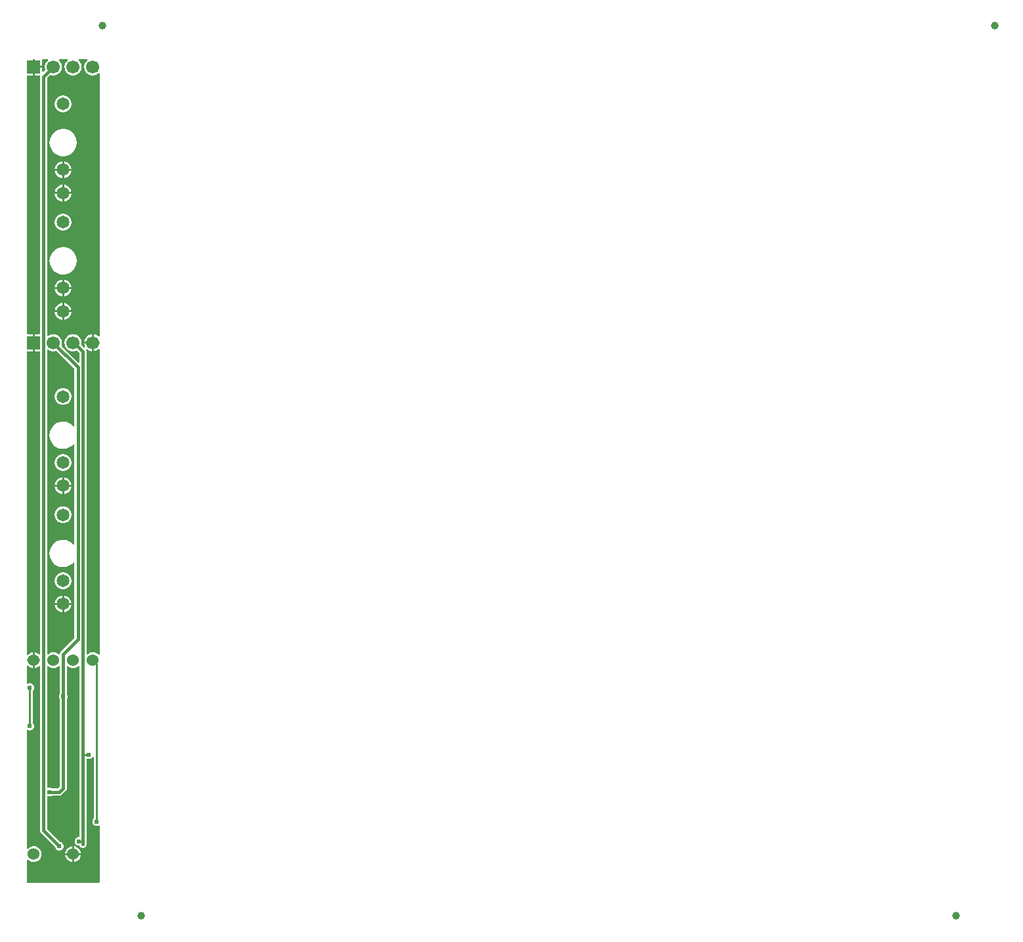
<source format=gtl>
G04 Layer: TopLayer*
G04 EasyEDA v6.5.23, 2023-07-06 13:56:57*
G04 b9381c7a78c54a84ad0699960bbaf6d2,5a6b42c53f6a479593ecc07194224c93,10*
G04 Gerber Generator version 0.2*
G04 Scale: 100 percent, Rotated: No, Reflected: No *
G04 Dimensions in millimeters *
G04 leading zeros omitted , absolute positions ,4 integer and 5 decimal *
%FSLAX45Y45*%
%MOMM*%

%AMMACRO1*21,1,$1,$2,0,0,$3*%
%ADD10C,0.2540*%
%ADD11C,0.4000*%
%ADD12C,1.0000*%
%ADD13MACRO1,1.7X1.7X0.0000*%
%ADD14C,1.7000*%
%ADD15C,1.6500*%
%ADD16C,1.5240*%
%ADD17C,0.6096*%
%ADD18C,0.0125*%

%LPD*%
G36*
X441706Y4239768D02*
G01*
X437286Y4239971D01*
X433425Y4242003D01*
X428853Y4245864D01*
X417372Y4253230D01*
X404977Y4258970D01*
X391972Y4262983D01*
X378510Y4265269D01*
X364896Y4265726D01*
X351332Y4264355D01*
X338074Y4261205D01*
X325323Y4256278D01*
X313385Y4249724D01*
X303377Y4242409D01*
X299313Y4240580D01*
X294894Y4240733D01*
X290931Y4242714D01*
X288188Y4246219D01*
X287223Y4250588D01*
X287223Y8157159D01*
X288137Y8161477D01*
X290830Y8164931D01*
X294741Y8166963D01*
X299110Y8167166D01*
X303174Y8165490D01*
X310794Y8160156D01*
X323392Y8153603D01*
X336753Y8148675D01*
X350621Y8145525D01*
X364744Y8144154D01*
X378968Y8144611D01*
X392988Y8146897D01*
X401472Y8149386D01*
X405028Y8149793D01*
X408533Y8148929D01*
X411530Y8146846D01*
X636930Y7921447D01*
X639114Y7918145D01*
X639876Y7914284D01*
X639876Y7188453D01*
X639114Y7184542D01*
X636879Y7181240D01*
X633577Y7179056D01*
X629666Y7178294D01*
X625754Y7179106D01*
X622452Y7181392D01*
X613003Y7191095D01*
X599084Y7202678D01*
X584047Y7212787D01*
X568096Y7221270D01*
X551332Y7228128D01*
X533908Y7233158D01*
X516128Y7236409D01*
X498043Y7237831D01*
X479958Y7237374D01*
X461975Y7235037D01*
X444347Y7230872D01*
X427278Y7224928D01*
X410870Y7217257D01*
X395325Y7207910D01*
X380847Y7197039D01*
X367538Y7184745D01*
X355600Y7171131D01*
X345084Y7156399D01*
X336194Y7140651D01*
X328930Y7124039D01*
X323443Y7106767D01*
X319735Y7089038D01*
X317855Y7071055D01*
X317855Y7052919D01*
X319735Y7034936D01*
X323443Y7017207D01*
X328930Y6999935D01*
X336194Y6983323D01*
X345084Y6967575D01*
X355600Y6952843D01*
X367538Y6939229D01*
X380847Y6926935D01*
X395325Y6916064D01*
X410870Y6906717D01*
X427278Y6899046D01*
X444347Y6893102D01*
X461975Y6888937D01*
X479958Y6886600D01*
X498043Y6886143D01*
X516128Y6887565D01*
X533908Y6890816D01*
X551332Y6895846D01*
X568096Y6902703D01*
X584047Y6911187D01*
X599084Y6921296D01*
X613003Y6932879D01*
X622452Y6942581D01*
X625754Y6944868D01*
X629666Y6945680D01*
X633577Y6944918D01*
X636879Y6942734D01*
X639114Y6939432D01*
X639876Y6935520D01*
X639876Y5664454D01*
X639114Y5660542D01*
X636879Y5657240D01*
X633577Y5655056D01*
X629666Y5654294D01*
X625754Y5655106D01*
X622452Y5657392D01*
X613003Y5667095D01*
X599084Y5678678D01*
X584047Y5688787D01*
X568096Y5697270D01*
X551332Y5704128D01*
X533908Y5709158D01*
X516128Y5712409D01*
X498043Y5713831D01*
X479958Y5713374D01*
X461975Y5711037D01*
X444347Y5706872D01*
X427278Y5700928D01*
X410870Y5693257D01*
X395325Y5683910D01*
X380847Y5673039D01*
X367538Y5660745D01*
X355600Y5647131D01*
X345084Y5632399D01*
X336194Y5616651D01*
X328930Y5600039D01*
X323443Y5582767D01*
X319735Y5565038D01*
X317855Y5547055D01*
X317855Y5528919D01*
X319735Y5510936D01*
X323443Y5493207D01*
X328930Y5475935D01*
X336194Y5459323D01*
X345084Y5443575D01*
X355600Y5428843D01*
X367538Y5415229D01*
X380847Y5402935D01*
X395325Y5392064D01*
X410870Y5382717D01*
X427278Y5375046D01*
X444347Y5369102D01*
X461975Y5364937D01*
X479958Y5362600D01*
X498043Y5362143D01*
X516128Y5363565D01*
X533908Y5366816D01*
X551332Y5371846D01*
X568096Y5378704D01*
X584047Y5387187D01*
X599084Y5397296D01*
X613003Y5408879D01*
X622452Y5418582D01*
X625754Y5420868D01*
X629666Y5421680D01*
X633577Y5420918D01*
X636879Y5418734D01*
X639114Y5415432D01*
X639876Y5411520D01*
X639876Y4455515D01*
X639114Y4451654D01*
X636930Y4448352D01*
X461619Y4272991D01*
X456285Y4265930D01*
X452526Y4258360D01*
X450240Y4250232D01*
X450088Y4248861D01*
X448767Y4244644D01*
X445770Y4241444D01*
G37*

%LPC*%
G36*
X506222Y4900676D02*
G01*
X601065Y4900676D01*
X600964Y4902098D01*
X598170Y4916017D01*
X593648Y4929428D01*
X587349Y4942179D01*
X579475Y4953965D01*
X570128Y4964633D01*
X559460Y4973980D01*
X547674Y4981854D01*
X534974Y4988102D01*
X521563Y4992674D01*
X507644Y4995418D01*
X506222Y4995519D01*
G37*
G36*
X493522Y5079593D02*
G01*
X507644Y5080558D01*
X521563Y5083302D01*
X534974Y5087874D01*
X547674Y5094122D01*
X559460Y5101996D01*
X570128Y5111343D01*
X579475Y5122011D01*
X587349Y5133797D01*
X593648Y5146497D01*
X598170Y5159959D01*
X600964Y5173827D01*
X601878Y5188000D01*
X600964Y5202123D01*
X598170Y5216042D01*
X593648Y5229453D01*
X587349Y5242204D01*
X579475Y5253990D01*
X570128Y5264658D01*
X559460Y5274005D01*
X547674Y5281879D01*
X534974Y5288127D01*
X521563Y5292699D01*
X507644Y5295442D01*
X493522Y5296357D01*
X479348Y5295442D01*
X465429Y5292699D01*
X452018Y5288127D01*
X439318Y5281879D01*
X427532Y5274005D01*
X416864Y5264658D01*
X407517Y5253990D01*
X399643Y5242204D01*
X393344Y5229453D01*
X388823Y5216042D01*
X386029Y5202123D01*
X385114Y5188000D01*
X386029Y5173827D01*
X388823Y5159959D01*
X393344Y5146497D01*
X399643Y5133797D01*
X407517Y5122011D01*
X416864Y5111343D01*
X427532Y5101996D01*
X439318Y5094122D01*
X452018Y5087874D01*
X465429Y5083302D01*
X479348Y5080558D01*
G37*
G36*
X493522Y6603593D02*
G01*
X507644Y6604558D01*
X521563Y6607302D01*
X534974Y6611874D01*
X547674Y6618122D01*
X559460Y6625996D01*
X570128Y6635343D01*
X579475Y6646011D01*
X587349Y6657797D01*
X593648Y6670497D01*
X598170Y6683959D01*
X600964Y6697827D01*
X601878Y6712000D01*
X600964Y6726123D01*
X598170Y6740042D01*
X593648Y6753453D01*
X587349Y6766204D01*
X579475Y6777990D01*
X570128Y6788658D01*
X559460Y6798005D01*
X547674Y6805879D01*
X534974Y6812127D01*
X521563Y6816699D01*
X507644Y6819442D01*
X493522Y6820357D01*
X479348Y6819442D01*
X465429Y6816699D01*
X452018Y6812127D01*
X439318Y6805879D01*
X427532Y6798005D01*
X416864Y6788658D01*
X407517Y6777990D01*
X399643Y6766204D01*
X393344Y6753453D01*
X388823Y6740042D01*
X386029Y6726123D01*
X385114Y6712000D01*
X386029Y6697827D01*
X388823Y6683959D01*
X393344Y6670497D01*
X399643Y6657797D01*
X407517Y6646011D01*
X416864Y6635343D01*
X427532Y6625996D01*
X439318Y6618122D01*
X452018Y6611874D01*
X465429Y6607302D01*
X479348Y6604558D01*
G37*
G36*
X480822Y4780432D02*
G01*
X480822Y4875276D01*
X385927Y4875276D01*
X386029Y4873802D01*
X388823Y4859934D01*
X393344Y4846472D01*
X399643Y4833772D01*
X407517Y4821986D01*
X416864Y4811318D01*
X427532Y4801971D01*
X439318Y4794097D01*
X452018Y4787849D01*
X465429Y4783277D01*
X479348Y4780534D01*
G37*
G36*
X493522Y5929579D02*
G01*
X507644Y5930544D01*
X521563Y5933287D01*
X534974Y5937859D01*
X547674Y5944108D01*
X559460Y5951982D01*
X570128Y5961329D01*
X579475Y5971997D01*
X587349Y5983782D01*
X593648Y5996482D01*
X598170Y6009944D01*
X600964Y6023813D01*
X601878Y6037986D01*
X600964Y6052108D01*
X598170Y6066028D01*
X593648Y6079439D01*
X587349Y6092190D01*
X579475Y6103975D01*
X570128Y6114643D01*
X559460Y6123990D01*
X547674Y6131864D01*
X534974Y6138113D01*
X521563Y6142685D01*
X507644Y6145428D01*
X493522Y6146342D01*
X479348Y6145428D01*
X465429Y6142685D01*
X452018Y6138113D01*
X439318Y6131864D01*
X427532Y6123990D01*
X416864Y6114643D01*
X407517Y6103975D01*
X399643Y6092190D01*
X393344Y6079439D01*
X388823Y6066028D01*
X386029Y6052108D01*
X385114Y6037986D01*
X386029Y6023813D01*
X388823Y6009944D01*
X393344Y5996482D01*
X399643Y5983782D01*
X407517Y5971997D01*
X416864Y5961329D01*
X427532Y5951982D01*
X439318Y5944108D01*
X452018Y5937859D01*
X465429Y5933287D01*
X479348Y5930544D01*
G37*
G36*
X480822Y6304432D02*
G01*
X480822Y6399276D01*
X385927Y6399276D01*
X386029Y6397802D01*
X388823Y6383934D01*
X393344Y6370472D01*
X399643Y6357772D01*
X407517Y6345986D01*
X416864Y6335318D01*
X427532Y6325971D01*
X439318Y6318097D01*
X452018Y6311849D01*
X465429Y6307277D01*
X479348Y6304534D01*
G37*
G36*
X506222Y6304432D02*
G01*
X507644Y6304534D01*
X521563Y6307277D01*
X534974Y6311849D01*
X547674Y6318097D01*
X559460Y6325971D01*
X570128Y6335318D01*
X579475Y6345986D01*
X587349Y6357772D01*
X593648Y6370472D01*
X598170Y6383934D01*
X600964Y6397802D01*
X601065Y6399276D01*
X506222Y6399276D01*
G37*
G36*
X385927Y6424676D02*
G01*
X480822Y6424676D01*
X480822Y6519519D01*
X479348Y6519418D01*
X465429Y6516674D01*
X452018Y6512102D01*
X439318Y6505854D01*
X427532Y6497980D01*
X416864Y6488633D01*
X407517Y6477965D01*
X399643Y6466179D01*
X393344Y6453428D01*
X388823Y6440017D01*
X386029Y6426098D01*
G37*
G36*
X506222Y6424676D02*
G01*
X601065Y6424676D01*
X600964Y6426098D01*
X598170Y6440017D01*
X593648Y6453428D01*
X587349Y6466179D01*
X579475Y6477965D01*
X570128Y6488633D01*
X559460Y6497980D01*
X547674Y6505854D01*
X534974Y6512102D01*
X521563Y6516674D01*
X507644Y6519418D01*
X506222Y6519519D01*
G37*
G36*
X506222Y4780432D02*
G01*
X507644Y4780534D01*
X521563Y4783277D01*
X534974Y4787849D01*
X547674Y4794097D01*
X559460Y4801971D01*
X570128Y4811318D01*
X579475Y4821986D01*
X587349Y4833772D01*
X593648Y4846472D01*
X598170Y4859934D01*
X600964Y4873802D01*
X601065Y4875276D01*
X506222Y4875276D01*
G37*
G36*
X385927Y4900676D02*
G01*
X480822Y4900676D01*
X480822Y4995519D01*
X479348Y4995418D01*
X465429Y4992674D01*
X452018Y4988102D01*
X439318Y4981854D01*
X427532Y4973980D01*
X416864Y4964633D01*
X407517Y4953965D01*
X399643Y4942179D01*
X393344Y4929428D01*
X388823Y4916017D01*
X386029Y4902098D01*
G37*
G36*
X493522Y7453579D02*
G01*
X507644Y7454544D01*
X521563Y7457287D01*
X534974Y7461859D01*
X547674Y7468108D01*
X559460Y7475981D01*
X570128Y7485329D01*
X579475Y7495997D01*
X587349Y7507782D01*
X593648Y7520482D01*
X598170Y7533944D01*
X600964Y7547813D01*
X601878Y7561986D01*
X600964Y7576108D01*
X598170Y7590028D01*
X593648Y7603439D01*
X587349Y7616190D01*
X579475Y7627975D01*
X570128Y7638643D01*
X559460Y7647990D01*
X547674Y7655864D01*
X534974Y7662113D01*
X521563Y7666685D01*
X507644Y7669428D01*
X493522Y7670342D01*
X479348Y7669428D01*
X465429Y7666685D01*
X452018Y7662113D01*
X439318Y7655864D01*
X427532Y7647990D01*
X416864Y7638643D01*
X407517Y7627975D01*
X399643Y7616190D01*
X393344Y7603439D01*
X388823Y7590028D01*
X386029Y7576108D01*
X385114Y7561986D01*
X386029Y7547813D01*
X388823Y7533944D01*
X393344Y7520482D01*
X399643Y7507782D01*
X407517Y7495997D01*
X416864Y7485329D01*
X427532Y7475981D01*
X439318Y7468108D01*
X452018Y7461859D01*
X465429Y7457287D01*
X479348Y7454544D01*
G37*

%LPD*%
G36*
X955090Y4234027D02*
G01*
X951280Y4234586D01*
X947978Y4236466D01*
X936853Y4245864D01*
X925372Y4253230D01*
X912977Y4258970D01*
X899972Y4262983D01*
X886510Y4265269D01*
X872896Y4265726D01*
X859332Y4264355D01*
X846074Y4261205D01*
X833323Y4256278D01*
X821385Y4249724D01*
X811377Y4242409D01*
X807313Y4240580D01*
X802894Y4240733D01*
X798931Y4242714D01*
X796188Y4246219D01*
X795223Y4250588D01*
X795172Y8142478D01*
X793953Y8151215D01*
X792226Y8156397D01*
X791718Y8160562D01*
X792988Y8164626D01*
X795731Y8167776D01*
X799541Y8169554D01*
X803757Y8169605D01*
X807669Y8167979D01*
X818794Y8160156D01*
X831392Y8153603D01*
X844753Y8148675D01*
X858621Y8145525D01*
X863600Y8145068D01*
X863600Y8242300D01*
X766216Y8242300D01*
X766318Y8240826D01*
X769061Y8226856D01*
X773531Y8213394D01*
X777290Y8205571D01*
X778256Y8201659D01*
X777646Y8197646D01*
X775512Y8194192D01*
X772261Y8191855D01*
X768299Y8190992D01*
X764336Y8191753D01*
X760933Y8193989D01*
X733196Y8221725D01*
X731164Y8224621D01*
X730250Y8228025D01*
X730554Y8231479D01*
X731164Y8233816D01*
X732942Y8247888D01*
X732942Y8262112D01*
X731164Y8276183D01*
X727557Y8289950D01*
X722223Y8303107D01*
X715213Y8315502D01*
X706729Y8326881D01*
X696874Y8337092D01*
X685749Y8345931D01*
X673608Y8353298D01*
X660603Y8359038D01*
X646988Y8363102D01*
X632968Y8365388D01*
X618744Y8365845D01*
X604621Y8364474D01*
X590753Y8361324D01*
X577392Y8356396D01*
X564794Y8349843D01*
X553161Y8341715D01*
X542645Y8332165D01*
X533450Y8321344D01*
X525678Y8309406D01*
X519531Y8296605D01*
X515061Y8283143D01*
X512318Y8269173D01*
X511403Y8255000D01*
X512318Y8240826D01*
X515061Y8226856D01*
X519531Y8213394D01*
X525678Y8200593D01*
X533450Y8188655D01*
X542645Y8177834D01*
X553161Y8168284D01*
X564794Y8160156D01*
X577392Y8153603D01*
X590753Y8148675D01*
X604621Y8145525D01*
X618744Y8144154D01*
X632968Y8144611D01*
X646988Y8146897D01*
X660603Y8150910D01*
X663600Y8152282D01*
X667562Y8153146D01*
X671525Y8152384D01*
X674928Y8150148D01*
X700430Y8124647D01*
X702614Y8121345D01*
X703376Y8117484D01*
X703376Y8009381D01*
X702614Y8005470D01*
X700430Y8002168D01*
X697128Y7999984D01*
X693216Y7999222D01*
X689356Y7999984D01*
X686054Y8002168D01*
X476554Y8211667D01*
X474522Y8214563D01*
X473608Y8217966D01*
X473913Y8221421D01*
X477164Y8233816D01*
X478942Y8247888D01*
X478942Y8262112D01*
X477164Y8276183D01*
X473557Y8289950D01*
X468223Y8303107D01*
X461213Y8315502D01*
X452729Y8326881D01*
X442874Y8337092D01*
X431749Y8345931D01*
X419608Y8353298D01*
X406603Y8359038D01*
X392988Y8363102D01*
X378968Y8365388D01*
X364744Y8365845D01*
X350621Y8364474D01*
X336753Y8361324D01*
X323392Y8356396D01*
X310794Y8349843D01*
X303174Y8344509D01*
X299110Y8342833D01*
X294741Y8343036D01*
X290830Y8345068D01*
X288137Y8348522D01*
X287223Y8352840D01*
X287223Y11660784D01*
X287985Y11664645D01*
X290169Y11667947D01*
X324967Y11702745D01*
X328117Y11704878D01*
X331876Y11705742D01*
X350621Y11701526D01*
X364744Y11700154D01*
X378968Y11700611D01*
X392988Y11702897D01*
X406603Y11706910D01*
X419608Y11712702D01*
X431749Y11720068D01*
X442874Y11728907D01*
X452729Y11739118D01*
X461213Y11750497D01*
X468223Y11762892D01*
X473557Y11776049D01*
X477164Y11789816D01*
X478942Y11803888D01*
X478942Y11818112D01*
X477164Y11832183D01*
X473557Y11845950D01*
X468223Y11859107D01*
X461213Y11871502D01*
X452729Y11882882D01*
X439064Y11897207D01*
X437946Y11901170D01*
X438454Y11905284D01*
X440588Y11908840D01*
X443992Y11911228D01*
X448056Y11912092D01*
X542696Y11912092D01*
X546658Y11911279D01*
X550011Y11908993D01*
X552196Y11905589D01*
X552856Y11901627D01*
X551942Y11897664D01*
X549554Y11894413D01*
X542645Y11888165D01*
X533450Y11877344D01*
X525678Y11865406D01*
X519531Y11852605D01*
X515061Y11839143D01*
X512318Y11825173D01*
X511403Y11811000D01*
X512318Y11796826D01*
X515061Y11782856D01*
X519531Y11769394D01*
X525678Y11756593D01*
X533450Y11744655D01*
X542645Y11733834D01*
X553161Y11724284D01*
X564794Y11716156D01*
X577392Y11709603D01*
X590753Y11704675D01*
X604621Y11701526D01*
X618744Y11700154D01*
X632968Y11700611D01*
X646988Y11702897D01*
X660603Y11706910D01*
X673608Y11712702D01*
X685749Y11720068D01*
X696874Y11728907D01*
X706729Y11739118D01*
X715213Y11750497D01*
X722223Y11762892D01*
X727557Y11776049D01*
X731164Y11789816D01*
X732942Y11803888D01*
X732942Y11818112D01*
X731164Y11832183D01*
X727557Y11845950D01*
X722223Y11859107D01*
X715213Y11871502D01*
X706729Y11882882D01*
X693064Y11897207D01*
X691946Y11901170D01*
X692454Y11905284D01*
X694588Y11908840D01*
X697992Y11911228D01*
X702056Y11912092D01*
X796696Y11912092D01*
X800658Y11911279D01*
X804011Y11908993D01*
X806196Y11905589D01*
X806856Y11901627D01*
X805942Y11897664D01*
X803554Y11894413D01*
X796645Y11888165D01*
X787450Y11877344D01*
X779678Y11865406D01*
X773531Y11852605D01*
X769061Y11839143D01*
X766318Y11825173D01*
X765403Y11811000D01*
X766318Y11796826D01*
X769061Y11782856D01*
X773531Y11769394D01*
X779678Y11756593D01*
X787450Y11744655D01*
X796645Y11733834D01*
X807161Y11724284D01*
X818794Y11716156D01*
X831392Y11709603D01*
X844753Y11704675D01*
X858621Y11701526D01*
X872744Y11700154D01*
X886968Y11700611D01*
X900988Y11702897D01*
X914603Y11706910D01*
X927608Y11712702D01*
X939749Y11720068D01*
X948182Y11726773D01*
X951534Y11728551D01*
X955294Y11729008D01*
X958951Y11727992D01*
X961999Y11725757D01*
X963980Y11722557D01*
X964692Y11718848D01*
X964692Y8347151D01*
X963980Y8343442D01*
X961999Y8340242D01*
X958951Y8338007D01*
X955294Y8336991D01*
X951534Y8337448D01*
X948182Y8339226D01*
X939749Y8345931D01*
X927608Y8353298D01*
X914603Y8359038D01*
X900988Y8363102D01*
X889000Y8365032D01*
X889000Y8267700D01*
X954532Y8267700D01*
X958443Y8266938D01*
X961694Y8264702D01*
X963930Y8261451D01*
X964692Y8257540D01*
X964692Y8252459D01*
X963930Y8248548D01*
X961694Y8245297D01*
X958443Y8243062D01*
X954532Y8242300D01*
X889000Y8242300D01*
X889000Y8144967D01*
X900988Y8146897D01*
X914603Y8150910D01*
X927608Y8156702D01*
X939749Y8164068D01*
X948182Y8170773D01*
X951534Y8172551D01*
X955294Y8173008D01*
X958951Y8171992D01*
X961999Y8169757D01*
X963980Y8166557D01*
X964692Y8162848D01*
X964692Y4244187D01*
X963980Y4240428D01*
X961898Y4237228D01*
X958799Y4234992D01*
G37*

%LPC*%
G36*
X506222Y10496600D02*
G01*
X601065Y10496600D01*
X600964Y10498023D01*
X598170Y10511942D01*
X593648Y10525353D01*
X587349Y10538104D01*
X579475Y10549890D01*
X570128Y10560507D01*
X559460Y10569854D01*
X547674Y10577779D01*
X534974Y10584027D01*
X521563Y10588599D01*
X507644Y10591342D01*
X506222Y10591444D01*
G37*
G36*
X385927Y10496600D02*
G01*
X480822Y10496600D01*
X480822Y10591444D01*
X479348Y10591342D01*
X465429Y10588599D01*
X452018Y10584027D01*
X439318Y10577779D01*
X427532Y10569854D01*
X416864Y10560507D01*
X407517Y10549890D01*
X399643Y10538104D01*
X393344Y10525353D01*
X388823Y10511942D01*
X386029Y10498023D01*
G37*
G36*
X506222Y10376357D02*
G01*
X507644Y10376408D01*
X521563Y10379202D01*
X534974Y10383774D01*
X547674Y10390022D01*
X559460Y10397896D01*
X570128Y10407243D01*
X579475Y10417911D01*
X587349Y10429697D01*
X593648Y10442397D01*
X598170Y10455859D01*
X600964Y10469727D01*
X601065Y10471200D01*
X506222Y10471200D01*
G37*
G36*
X766216Y8267700D02*
G01*
X863600Y8267700D01*
X863600Y8364931D01*
X858621Y8364474D01*
X844753Y8361324D01*
X831392Y8356396D01*
X818794Y8349843D01*
X807161Y8341715D01*
X796645Y8332165D01*
X787450Y8321344D01*
X779678Y8309406D01*
X773531Y8296605D01*
X769061Y8283143D01*
X766318Y8269173D01*
G37*
G36*
X480822Y10376357D02*
G01*
X480822Y10471200D01*
X385927Y10471200D01*
X386029Y10469727D01*
X388823Y10455859D01*
X393344Y10442397D01*
X399643Y10429697D01*
X407517Y10417911D01*
X416864Y10407243D01*
X427532Y10397896D01*
X439318Y10390022D01*
X452018Y10383774D01*
X465429Y10379202D01*
X479348Y10376408D01*
G37*
G36*
X506222Y10196576D02*
G01*
X601065Y10196576D01*
X600964Y10197998D01*
X598170Y10211917D01*
X593648Y10225328D01*
X587349Y10238079D01*
X579475Y10249865D01*
X570128Y10260482D01*
X559460Y10269829D01*
X547674Y10277754D01*
X534974Y10284002D01*
X521563Y10288574D01*
X507644Y10291318D01*
X506222Y10291419D01*
G37*
G36*
X385927Y10196576D02*
G01*
X480822Y10196576D01*
X480822Y10291419D01*
X479348Y10291318D01*
X465429Y10288574D01*
X452018Y10284002D01*
X439318Y10277754D01*
X427532Y10269829D01*
X416864Y10260482D01*
X407517Y10249865D01*
X399643Y10238079D01*
X393344Y10225328D01*
X388823Y10211917D01*
X386029Y10197998D01*
G37*
G36*
X493522Y11225479D02*
G01*
X507644Y11226393D01*
X521563Y11229187D01*
X534974Y11233759D01*
X547674Y11240008D01*
X559460Y11247882D01*
X570128Y11257229D01*
X579475Y11267897D01*
X587349Y11279682D01*
X593648Y11292382D01*
X598170Y11305844D01*
X600964Y11319713D01*
X601878Y11333886D01*
X600964Y11348008D01*
X598170Y11361928D01*
X593648Y11375339D01*
X587349Y11388090D01*
X579475Y11399875D01*
X570128Y11410492D01*
X559460Y11419840D01*
X547674Y11427764D01*
X534974Y11434013D01*
X521563Y11438585D01*
X507644Y11441328D01*
X493522Y11442242D01*
X479348Y11441328D01*
X465429Y11438585D01*
X452018Y11434013D01*
X439318Y11427764D01*
X427532Y11419840D01*
X416864Y11410492D01*
X407517Y11399875D01*
X399643Y11388090D01*
X393344Y11375339D01*
X388823Y11361928D01*
X386029Y11348008D01*
X385114Y11333886D01*
X386029Y11319713D01*
X388823Y11305844D01*
X393344Y11292382D01*
X399643Y11279682D01*
X407517Y11267897D01*
X416864Y11257229D01*
X427532Y11247882D01*
X439318Y11240008D01*
X452018Y11233759D01*
X465429Y11229187D01*
X479348Y11226393D01*
G37*
G36*
X480822Y10076332D02*
G01*
X480822Y10171176D01*
X385927Y10171176D01*
X386029Y10169702D01*
X388823Y10155834D01*
X393344Y10142372D01*
X399643Y10129672D01*
X407517Y10117886D01*
X416864Y10107218D01*
X427532Y10097871D01*
X439318Y10089997D01*
X452018Y10083749D01*
X465429Y10079177D01*
X479348Y10076383D01*
G37*
G36*
X493522Y9701479D02*
G01*
X507644Y9702444D01*
X521563Y9705187D01*
X534974Y9709759D01*
X547674Y9716008D01*
X559460Y9723882D01*
X570128Y9733229D01*
X579475Y9743897D01*
X587349Y9755682D01*
X593648Y9768382D01*
X598170Y9781844D01*
X600964Y9795713D01*
X601878Y9809886D01*
X600964Y9824008D01*
X598170Y9837928D01*
X593648Y9851339D01*
X587349Y9864090D01*
X579475Y9875875D01*
X570128Y9886543D01*
X559460Y9895890D01*
X547674Y9903764D01*
X534974Y9910013D01*
X521563Y9914585D01*
X507644Y9917328D01*
X493522Y9918242D01*
X479348Y9917328D01*
X465429Y9914585D01*
X452018Y9910013D01*
X439318Y9903764D01*
X427532Y9895890D01*
X416864Y9886543D01*
X407517Y9875875D01*
X399643Y9864090D01*
X393344Y9851339D01*
X388823Y9837928D01*
X386029Y9824008D01*
X385114Y9809886D01*
X386029Y9795713D01*
X388823Y9781844D01*
X393344Y9768382D01*
X399643Y9755682D01*
X407517Y9743897D01*
X416864Y9733229D01*
X427532Y9723882D01*
X439318Y9716008D01*
X452018Y9709759D01*
X465429Y9705187D01*
X479348Y9702444D01*
G37*
G36*
X498043Y9134043D02*
G01*
X516128Y9135465D01*
X533908Y9138716D01*
X551332Y9143746D01*
X568096Y9150604D01*
X584047Y9159087D01*
X599084Y9169196D01*
X613003Y9180779D01*
X625652Y9193784D01*
X636879Y9207957D01*
X646582Y9223248D01*
X654710Y9239453D01*
X661060Y9256420D01*
X665683Y9273895D01*
X668477Y9291777D01*
X669391Y9309862D01*
X668477Y9327997D01*
X665683Y9345879D01*
X661060Y9363354D01*
X654710Y9380321D01*
X646582Y9396526D01*
X636879Y9411817D01*
X625652Y9425990D01*
X613003Y9438995D01*
X599084Y9450578D01*
X584047Y9460687D01*
X568096Y9469170D01*
X551332Y9476028D01*
X533908Y9481058D01*
X516128Y9484309D01*
X498043Y9485731D01*
X479958Y9485274D01*
X461975Y9482937D01*
X444347Y9478772D01*
X427278Y9472828D01*
X410870Y9465157D01*
X395325Y9455810D01*
X380847Y9444939D01*
X367538Y9432645D01*
X355600Y9419031D01*
X345084Y9404299D01*
X336194Y9388551D01*
X328930Y9371939D01*
X323443Y9354667D01*
X319735Y9336938D01*
X317855Y9318955D01*
X317855Y9300819D01*
X319735Y9282836D01*
X323443Y9265107D01*
X328930Y9247835D01*
X336194Y9231223D01*
X345084Y9215475D01*
X355600Y9200743D01*
X367538Y9187129D01*
X380847Y9174835D01*
X395325Y9163964D01*
X410870Y9154617D01*
X427278Y9146946D01*
X444347Y9141002D01*
X461975Y9136837D01*
X479958Y9134500D01*
G37*
G36*
X506222Y8972600D02*
G01*
X601065Y8972600D01*
X600964Y8974023D01*
X598170Y8987942D01*
X593648Y9001353D01*
X587349Y9014104D01*
X579475Y9025890D01*
X570128Y9036558D01*
X559460Y9045905D01*
X547674Y9053779D01*
X534974Y9060027D01*
X521563Y9064599D01*
X507644Y9067342D01*
X506222Y9067444D01*
G37*
G36*
X385927Y8972600D02*
G01*
X480822Y8972600D01*
X480822Y9067444D01*
X479348Y9067342D01*
X465429Y9064599D01*
X452018Y9060027D01*
X439318Y9053779D01*
X427532Y9045905D01*
X416864Y9036558D01*
X407517Y9025890D01*
X399643Y9014104D01*
X393344Y9001353D01*
X388823Y8987942D01*
X386029Y8974023D01*
G37*
G36*
X498043Y10658043D02*
G01*
X516128Y10659414D01*
X533908Y10662666D01*
X551332Y10667746D01*
X568096Y10674553D01*
X584047Y10683087D01*
X599084Y10693196D01*
X613003Y10704779D01*
X625652Y10717733D01*
X636879Y10731957D01*
X646582Y10747248D01*
X654710Y10763402D01*
X661060Y10780369D01*
X665683Y10797895D01*
X668477Y10815777D01*
X669391Y10833862D01*
X668477Y10851946D01*
X665683Y10869828D01*
X661060Y10887354D01*
X654710Y10904321D01*
X646582Y10920476D01*
X636879Y10935766D01*
X625652Y10949990D01*
X613003Y10962944D01*
X599084Y10974527D01*
X584047Y10984636D01*
X568096Y10993170D01*
X551332Y10999978D01*
X533908Y11005058D01*
X516128Y11008309D01*
X498043Y11009680D01*
X479958Y11009223D01*
X461975Y11006886D01*
X444347Y11002772D01*
X427278Y10996777D01*
X410870Y10989106D01*
X395325Y10979810D01*
X380847Y10968939D01*
X367538Y10956645D01*
X355600Y10943031D01*
X345084Y10928248D01*
X336194Y10912500D01*
X328930Y10895888D01*
X323443Y10878667D01*
X319735Y10860938D01*
X317855Y10842904D01*
X317855Y10824819D01*
X319735Y10806785D01*
X323443Y10789056D01*
X328930Y10771835D01*
X336194Y10755223D01*
X345084Y10739475D01*
X355600Y10724692D01*
X367538Y10711078D01*
X380847Y10698784D01*
X395325Y10687913D01*
X410870Y10678617D01*
X427278Y10670946D01*
X444347Y10664952D01*
X461975Y10660837D01*
X479958Y10658500D01*
G37*
G36*
X480822Y8552332D02*
G01*
X480822Y8647176D01*
X385927Y8647176D01*
X386029Y8645702D01*
X388823Y8631834D01*
X393344Y8618372D01*
X399643Y8605672D01*
X407517Y8593886D01*
X416864Y8583218D01*
X427532Y8573871D01*
X439318Y8565997D01*
X452018Y8559749D01*
X465429Y8555177D01*
X479348Y8552434D01*
G37*
G36*
X506222Y8852357D02*
G01*
X507644Y8852458D01*
X521563Y8855202D01*
X534974Y8859774D01*
X547674Y8866022D01*
X559460Y8873896D01*
X570128Y8883243D01*
X579475Y8893911D01*
X587349Y8905697D01*
X593648Y8918397D01*
X598170Y8931859D01*
X600964Y8945727D01*
X601065Y8947200D01*
X506222Y8947200D01*
G37*
G36*
X480822Y8852357D02*
G01*
X480822Y8947200D01*
X385927Y8947200D01*
X386029Y8945727D01*
X388823Y8931859D01*
X393344Y8918397D01*
X399643Y8905697D01*
X407517Y8893911D01*
X416864Y8883243D01*
X427532Y8873896D01*
X439318Y8866022D01*
X452018Y8859774D01*
X465429Y8855202D01*
X479348Y8852458D01*
G37*
G36*
X506222Y8672576D02*
G01*
X601065Y8672576D01*
X600964Y8673998D01*
X598170Y8687917D01*
X593648Y8701328D01*
X587349Y8714079D01*
X579475Y8725865D01*
X570128Y8736533D01*
X559460Y8745880D01*
X547674Y8753754D01*
X534974Y8760002D01*
X521563Y8764574D01*
X507644Y8767318D01*
X506222Y8767419D01*
G37*
G36*
X385927Y8672576D02*
G01*
X480822Y8672576D01*
X480822Y8767419D01*
X479348Y8767318D01*
X465429Y8764574D01*
X452018Y8760002D01*
X439318Y8753754D01*
X427532Y8745880D01*
X416864Y8736533D01*
X407517Y8725865D01*
X399643Y8714079D01*
X393344Y8701328D01*
X388823Y8687917D01*
X386029Y8673998D01*
G37*
G36*
X506222Y8552332D02*
G01*
X507644Y8552434D01*
X521563Y8555177D01*
X534974Y8559749D01*
X547674Y8565997D01*
X559460Y8573871D01*
X570128Y8583218D01*
X579475Y8593886D01*
X587349Y8605672D01*
X593648Y8618372D01*
X598170Y8631834D01*
X600964Y8645702D01*
X601065Y8647176D01*
X506222Y8647176D01*
G37*
G36*
X506222Y10076332D02*
G01*
X507644Y10076383D01*
X521563Y10079177D01*
X534974Y10083749D01*
X547674Y10089997D01*
X559460Y10097871D01*
X570128Y10107218D01*
X579475Y10117886D01*
X587349Y10129672D01*
X593648Y10142372D01*
X598170Y10155834D01*
X600964Y10169702D01*
X601065Y10171176D01*
X506222Y10171176D01*
G37*

%LPD*%
G36*
X353009Y2509723D02*
G01*
X349961Y2510180D01*
X345694Y2512618D01*
X336753Y2516733D01*
X327304Y2519273D01*
X317500Y2520137D01*
X307695Y2519273D01*
X299974Y2517241D01*
X296316Y2516936D01*
X292760Y2518003D01*
X289814Y2520238D01*
X287883Y2523388D01*
X287223Y2527046D01*
X287223Y4076801D01*
X288188Y4081170D01*
X290931Y4084675D01*
X294894Y4086656D01*
X299313Y4086809D01*
X303377Y4084980D01*
X313385Y4077665D01*
X325323Y4071112D01*
X338074Y4066184D01*
X351332Y4063034D01*
X364896Y4061663D01*
X378510Y4062120D01*
X391972Y4064406D01*
X404977Y4068419D01*
X417372Y4074160D01*
X428853Y4081526D01*
X432663Y4084726D01*
X436016Y4086606D01*
X439775Y4087114D01*
X443484Y4086199D01*
X446633Y4083964D01*
X448665Y4080713D01*
X449376Y4076954D01*
X449376Y3731209D01*
X448919Y3728161D01*
X446481Y3723894D01*
X442366Y3714953D01*
X439826Y3705504D01*
X438962Y3695700D01*
X439826Y3685895D01*
X442366Y3676446D01*
X446481Y3667506D01*
X448919Y3663238D01*
X449376Y3660190D01*
X449376Y2537815D01*
X448614Y2533954D01*
X446430Y2530652D01*
X428447Y2512669D01*
X425145Y2510485D01*
X421284Y2509723D01*
G37*

%LPD*%
G36*
X36068Y1295908D02*
G01*
X32156Y1296670D01*
X28905Y1298905D01*
X26670Y1302156D01*
X25908Y1306068D01*
X25908Y1583537D01*
X26670Y1587398D01*
X28854Y1590649D01*
X32105Y1592884D01*
X35966Y1593697D01*
X39827Y1592986D01*
X43129Y1590852D01*
X48412Y1585722D01*
X59385Y1577644D01*
X71323Y1571091D01*
X84074Y1566214D01*
X97332Y1563014D01*
X110896Y1561693D01*
X124510Y1562150D01*
X137972Y1564386D01*
X150977Y1568450D01*
X163372Y1574190D01*
X174853Y1581505D01*
X185267Y1590294D01*
X194411Y1600454D01*
X202133Y1611680D01*
X208279Y1623822D01*
X212750Y1636725D01*
X215493Y1650085D01*
X216408Y1663700D01*
X215493Y1677314D01*
X212750Y1690674D01*
X208279Y1703578D01*
X202133Y1715719D01*
X194411Y1726946D01*
X185267Y1737106D01*
X174853Y1745894D01*
X163372Y1753209D01*
X150977Y1758950D01*
X137972Y1763014D01*
X124510Y1765249D01*
X110896Y1765706D01*
X97332Y1764385D01*
X84074Y1761185D01*
X71323Y1756308D01*
X59385Y1749755D01*
X48412Y1741678D01*
X43129Y1736547D01*
X39827Y1734413D01*
X35966Y1733702D01*
X32105Y1734515D01*
X28854Y1736750D01*
X26670Y1740001D01*
X25908Y1743862D01*
X25908Y3254349D01*
X26720Y3258312D01*
X29006Y3261664D01*
X32410Y3263849D01*
X36423Y3264509D01*
X40386Y3263544D01*
X44246Y3261766D01*
X53695Y3259226D01*
X63500Y3258362D01*
X73304Y3259226D01*
X82753Y3261766D01*
X91694Y3265881D01*
X99720Y3271520D01*
X106680Y3278479D01*
X112318Y3286506D01*
X116433Y3295446D01*
X118973Y3304895D01*
X119837Y3314700D01*
X118973Y3324504D01*
X116433Y3333953D01*
X112318Y3342894D01*
X106680Y3350920D01*
X105105Y3352495D01*
X102870Y3355797D01*
X102108Y3359708D01*
X102108Y3764991D01*
X102870Y3768902D01*
X105105Y3772204D01*
X106680Y3773779D01*
X112318Y3781806D01*
X116433Y3790746D01*
X118973Y3800195D01*
X119837Y3810000D01*
X118973Y3819804D01*
X116433Y3829253D01*
X112318Y3838194D01*
X106680Y3846220D01*
X99720Y3853179D01*
X91694Y3858818D01*
X82753Y3862933D01*
X73304Y3865473D01*
X63500Y3866337D01*
X53695Y3865473D01*
X44246Y3862933D01*
X40386Y3861155D01*
X36423Y3860190D01*
X32410Y3860850D01*
X29006Y3863035D01*
X26720Y3866387D01*
X25908Y3870350D01*
X25908Y4083507D01*
X26670Y4087368D01*
X28854Y4090670D01*
X32105Y4092854D01*
X35966Y4093667D01*
X39827Y4092956D01*
X43129Y4090822D01*
X48412Y4085742D01*
X59385Y4077665D01*
X71323Y4071112D01*
X84074Y4066184D01*
X97332Y4063034D01*
X101600Y4062577D01*
X101600Y4150969D01*
X36068Y4150969D01*
X32156Y4151782D01*
X28905Y4153966D01*
X26670Y4157268D01*
X25908Y4161129D01*
X25908Y4166209D01*
X26670Y4170121D01*
X28905Y4173423D01*
X32156Y4175607D01*
X36068Y4176369D01*
X101600Y4176369D01*
X101600Y4264812D01*
X97332Y4264355D01*
X84074Y4261205D01*
X71323Y4256278D01*
X59385Y4249724D01*
X48412Y4241647D01*
X43129Y4236567D01*
X39827Y4234434D01*
X35966Y4233722D01*
X32105Y4234535D01*
X28854Y4236720D01*
X26670Y4240022D01*
X25908Y4243882D01*
X25908Y8133943D01*
X26670Y8137804D01*
X28905Y8141106D01*
X32156Y8143341D01*
X36068Y8144103D01*
X101600Y8144103D01*
X101600Y8242300D01*
X36068Y8242300D01*
X32156Y8243062D01*
X28905Y8245297D01*
X26670Y8248548D01*
X25908Y8252459D01*
X25908Y8257540D01*
X26670Y8261451D01*
X28905Y8264702D01*
X32156Y8266938D01*
X36068Y8267700D01*
X101600Y8267700D01*
X101600Y8365896D01*
X36068Y8365896D01*
X32156Y8366658D01*
X28905Y8368893D01*
X26670Y8372195D01*
X25908Y8376056D01*
X25908Y11689943D01*
X26670Y11693804D01*
X28905Y11697106D01*
X32156Y11699341D01*
X36068Y11700103D01*
X101600Y11700103D01*
X101600Y11798300D01*
X36068Y11798300D01*
X32156Y11799062D01*
X28905Y11801297D01*
X26670Y11804548D01*
X25908Y11808460D01*
X25908Y11813540D01*
X26670Y11817451D01*
X28905Y11820702D01*
X32156Y11822938D01*
X36068Y11823700D01*
X101600Y11823700D01*
X101600Y11901932D01*
X102362Y11905843D01*
X104597Y11909094D01*
X107848Y11911330D01*
X111760Y11912092D01*
X116839Y11912092D01*
X120751Y11911330D01*
X124002Y11909094D01*
X126237Y11905843D01*
X127000Y11901932D01*
X127000Y11823700D01*
X225196Y11823700D01*
X225196Y11895429D01*
X224586Y11900814D01*
X225044Y11905030D01*
X227126Y11908688D01*
X230530Y11911228D01*
X234696Y11912092D01*
X288696Y11912092D01*
X292658Y11911279D01*
X296011Y11908993D01*
X298196Y11905589D01*
X298856Y11901627D01*
X297942Y11897664D01*
X295554Y11894413D01*
X288645Y11888165D01*
X279450Y11877344D01*
X271678Y11865406D01*
X265531Y11852605D01*
X261061Y11839143D01*
X258317Y11825173D01*
X257403Y11811000D01*
X258317Y11796826D01*
X261061Y11782856D01*
X262585Y11778132D01*
X263093Y11774474D01*
X262229Y11770817D01*
X260146Y11767769D01*
X242570Y11750192D01*
X239267Y11747957D01*
X235356Y11747195D01*
X231495Y11747957D01*
X228193Y11750192D01*
X225958Y11753494D01*
X225196Y11757355D01*
X225196Y11798300D01*
X127000Y11798300D01*
X127000Y11700103D01*
X185775Y11700103D01*
X189890Y11699240D01*
X193294Y11696801D01*
X195427Y11693144D01*
X195884Y11688978D01*
X195376Y11683542D01*
X195376Y8376056D01*
X194614Y8372195D01*
X192430Y8368893D01*
X189128Y8366658D01*
X185216Y8365896D01*
X127000Y8365896D01*
X127000Y8267700D01*
X185216Y8267700D01*
X189128Y8266938D01*
X192430Y8264702D01*
X194614Y8261451D01*
X195376Y8257540D01*
X195376Y8252459D01*
X194614Y8248548D01*
X192430Y8245297D01*
X189128Y8243062D01*
X185216Y8242300D01*
X127000Y8242300D01*
X127000Y8144103D01*
X185216Y8144103D01*
X189128Y8143341D01*
X192430Y8141106D01*
X194614Y8137804D01*
X195376Y8133943D01*
X195376Y4250436D01*
X194665Y4246676D01*
X192633Y4243425D01*
X189484Y4241190D01*
X185775Y4240276D01*
X182016Y4240784D01*
X178663Y4242663D01*
X174853Y4245864D01*
X163372Y4253230D01*
X150977Y4258970D01*
X137972Y4262983D01*
X127000Y4264863D01*
X127000Y4176369D01*
X185216Y4176369D01*
X189128Y4175607D01*
X192430Y4173423D01*
X194614Y4170121D01*
X195376Y4166209D01*
X195376Y4161129D01*
X194614Y4157268D01*
X192430Y4153966D01*
X189128Y4151782D01*
X185216Y4150969D01*
X127000Y4150969D01*
X127000Y4062526D01*
X137972Y4064406D01*
X150977Y4068419D01*
X163372Y4074160D01*
X174853Y4081526D01*
X178663Y4084726D01*
X182016Y4086606D01*
X185775Y4087114D01*
X189484Y4086199D01*
X192633Y4083964D01*
X194665Y4080713D01*
X195376Y4076954D01*
X195427Y1966722D01*
X196646Y1957984D01*
X199339Y1949957D01*
X203454Y1942592D01*
X209194Y1935683D01*
X386943Y1757934D01*
X388569Y1755800D01*
X389585Y1753362D01*
X391566Y1746046D01*
X395681Y1737106D01*
X401320Y1729079D01*
X408279Y1722120D01*
X416306Y1716481D01*
X425246Y1712366D01*
X434695Y1709826D01*
X444500Y1708962D01*
X454304Y1709826D01*
X463753Y1712366D01*
X472693Y1716481D01*
X480720Y1722120D01*
X487680Y1729079D01*
X493318Y1737106D01*
X497433Y1746046D01*
X499973Y1755495D01*
X500837Y1765300D01*
X499973Y1775104D01*
X497433Y1784553D01*
X493318Y1793493D01*
X487680Y1801520D01*
X480720Y1808480D01*
X472693Y1814118D01*
X463753Y1818233D01*
X456438Y1820214D01*
X453999Y1821230D01*
X451866Y1822856D01*
X290169Y1984552D01*
X287985Y1987854D01*
X287223Y1991715D01*
X287223Y2400554D01*
X287883Y2404211D01*
X289814Y2407361D01*
X292760Y2409596D01*
X296316Y2410663D01*
X299974Y2410358D01*
X307695Y2408326D01*
X317500Y2407462D01*
X327304Y2408326D01*
X336753Y2410866D01*
X345694Y2414981D01*
X349961Y2417419D01*
X353009Y2417876D01*
X446278Y2417927D01*
X455015Y2419146D01*
X463042Y2421839D01*
X470408Y2425954D01*
X477316Y2431694D01*
X527405Y2481783D01*
X533146Y2488692D01*
X537260Y2496058D01*
X539953Y2504084D01*
X541121Y2512466D01*
X540918Y2518460D01*
X541223Y2521407D01*
X541223Y3660190D01*
X541680Y3663238D01*
X544118Y3667506D01*
X548233Y3676446D01*
X550773Y3685895D01*
X551637Y3695700D01*
X550773Y3705504D01*
X548233Y3714953D01*
X544118Y3723894D01*
X541680Y3728161D01*
X541223Y3731209D01*
X541223Y4076801D01*
X542188Y4081170D01*
X544931Y4084675D01*
X548894Y4086656D01*
X553313Y4086809D01*
X557377Y4084980D01*
X567385Y4077665D01*
X579323Y4071112D01*
X592074Y4066184D01*
X605332Y4063034D01*
X618896Y4061663D01*
X632510Y4062120D01*
X645972Y4064406D01*
X658977Y4068419D01*
X671372Y4074160D01*
X682853Y4081526D01*
X686663Y4084726D01*
X690016Y4086606D01*
X693775Y4087114D01*
X697484Y4086199D01*
X700633Y4083964D01*
X702665Y4080713D01*
X703376Y4076954D01*
X703376Y1894890D01*
X702716Y1891182D01*
X700735Y1888032D01*
X697738Y1885797D01*
X694131Y1884781D01*
X688695Y1884273D01*
X679246Y1881733D01*
X670306Y1877618D01*
X662279Y1871980D01*
X655320Y1865020D01*
X649681Y1856993D01*
X645566Y1848053D01*
X643026Y1838604D01*
X642162Y1828800D01*
X643026Y1818995D01*
X645566Y1809546D01*
X649681Y1800606D01*
X655320Y1792579D01*
X662279Y1785620D01*
X670306Y1779981D01*
X679246Y1775866D01*
X688695Y1773326D01*
X704088Y1772157D01*
X707593Y1770176D01*
X715416Y1759813D01*
X721664Y1754124D01*
X728878Y1749653D01*
X736752Y1746605D01*
X745083Y1745030D01*
X753516Y1745030D01*
X761847Y1746605D01*
X769721Y1749653D01*
X776935Y1754124D01*
X783183Y1759813D01*
X788314Y1766570D01*
X792073Y1774139D01*
X794359Y1782267D01*
X795223Y1791157D01*
X795223Y2883154D01*
X795883Y2886811D01*
X797814Y2889961D01*
X800760Y2892196D01*
X804316Y2893263D01*
X807974Y2892958D01*
X815695Y2890926D01*
X825500Y2890062D01*
X835304Y2890926D01*
X844753Y2893466D01*
X853694Y2897581D01*
X861720Y2903220D01*
X868680Y2910179D01*
X870000Y2912110D01*
X873099Y2915005D01*
X877163Y2916377D01*
X881380Y2915970D01*
X885088Y2913837D01*
X887577Y2910433D01*
X888492Y2906268D01*
X888492Y2127808D01*
X887730Y2123897D01*
X885494Y2120595D01*
X883919Y2119020D01*
X878281Y2110994D01*
X874166Y2102053D01*
X871626Y2092604D01*
X870762Y2082800D01*
X871626Y2072995D01*
X874166Y2063546D01*
X878281Y2054606D01*
X883919Y2046579D01*
X890879Y2039620D01*
X898906Y2033981D01*
X907846Y2029866D01*
X917295Y2027326D01*
X927100Y2026462D01*
X936904Y2027326D01*
X946353Y2029866D01*
X950214Y2031644D01*
X954176Y2032609D01*
X958189Y2031949D01*
X961593Y2029764D01*
X963879Y2026412D01*
X964692Y2022449D01*
X964692Y1306068D01*
X963930Y1302156D01*
X961694Y1298905D01*
X958443Y1296670D01*
X954532Y1295908D01*
G37*

%LPC*%
G36*
X609600Y1562608D02*
G01*
X609600Y1651000D01*
X521258Y1651000D01*
X522274Y1643380D01*
X525881Y1630222D01*
X531164Y1617675D01*
X538124Y1605940D01*
X546608Y1595221D01*
X556412Y1585722D01*
X567385Y1577644D01*
X579323Y1571091D01*
X592074Y1566214D01*
X605332Y1563014D01*
G37*
G36*
X521258Y1676400D02*
G01*
X609600Y1676400D01*
X609600Y1764792D01*
X605332Y1764385D01*
X592074Y1761185D01*
X579323Y1756308D01*
X567385Y1749755D01*
X556412Y1741678D01*
X546608Y1732178D01*
X538124Y1721459D01*
X531164Y1709724D01*
X525881Y1697177D01*
X522274Y1684020D01*
G37*
G36*
X635000Y1676400D02*
G01*
X723544Y1676400D01*
X720750Y1690674D01*
X716280Y1703578D01*
X710133Y1715719D01*
X702411Y1726946D01*
X693267Y1737106D01*
X682853Y1745894D01*
X671372Y1753209D01*
X658977Y1758950D01*
X645972Y1763014D01*
X635000Y1764842D01*
G37*
G36*
X635000Y1562557D02*
G01*
X645972Y1564386D01*
X658977Y1568450D01*
X671372Y1574190D01*
X682853Y1581505D01*
X693267Y1590294D01*
X702411Y1600454D01*
X710133Y1611680D01*
X716280Y1623822D01*
X720750Y1636725D01*
X723544Y1651000D01*
X635000Y1651000D01*
G37*

%LPD*%
D10*
X698500Y1828800D02*
G01*
X749300Y1828800D01*
D11*
X622300Y8255000D02*
G01*
X635000Y8255000D01*
X749300Y8140700D01*
X749300Y1790700D01*
X495300Y4241800D02*
G01*
X685800Y4432300D01*
X685800Y7937500D01*
X368300Y8255000D01*
X495300Y3695700D02*
G01*
X495300Y4241800D01*
X495300Y3695700D02*
G01*
X495300Y2520950D01*
X495300Y2514600D02*
G01*
X444500Y2463800D01*
X317500Y2463800D01*
D10*
X63500Y3314700D02*
G01*
X63500Y3810000D01*
X927100Y2082800D02*
G01*
X927100Y4112895D01*
X876300Y4163695D01*
X825500Y2946400D02*
G01*
X749300Y2946400D01*
D11*
X368300Y11811000D02*
G01*
X241300Y11684000D01*
X241300Y1968500D01*
X444500Y1765300D01*
D12*
G01*
X999997Y12337999D03*
G01*
X12505994Y12337999D03*
G01*
X1499997Y870000D03*
G01*
X12005995Y870000D03*
D13*
G01*
X114300Y8255000D03*
D14*
G01*
X368300Y8255000D03*
G01*
X622300Y8255000D03*
G01*
X876300Y8255000D03*
D13*
G01*
X114300Y11811000D03*
D14*
G01*
X368300Y11811000D03*
G01*
X622300Y11811000D03*
G01*
X876300Y11811000D03*
D15*
G01*
X493521Y7561986D03*
G01*
X493521Y6712000D03*
G01*
X493521Y6411976D03*
G01*
X493521Y6037986D03*
G01*
X493521Y5188000D03*
G01*
X493521Y4887976D03*
G01*
X493521Y11333861D03*
G01*
X493521Y10483875D03*
G01*
X493521Y10183850D03*
G01*
X493521Y9809886D03*
G01*
X493521Y8959900D03*
G01*
X493521Y8659876D03*
D16*
G01*
X114300Y4163695D03*
G01*
X368300Y4163695D03*
G01*
X622300Y4163695D03*
G01*
X876300Y4163695D03*
G01*
X622300Y1663700D03*
G01*
X114300Y1663700D03*
D17*
G01*
X444500Y1765300D03*
G01*
X495300Y3695700D03*
G01*
X317500Y2463800D03*
G01*
X825500Y2946400D03*
G01*
X698500Y1828800D03*
G01*
X165100Y1841500D03*
G01*
X495300Y1943100D03*
G01*
X495300Y2171700D03*
G01*
X850900Y5156200D03*
G01*
X63500Y3314700D03*
G01*
X63500Y3810000D03*
G01*
X355600Y3187700D03*
G01*
X635000Y3314700D03*
G01*
X927100Y2082800D03*
G01*
X419100Y3568700D03*
G01*
X622300Y4025900D03*
G01*
X368300Y2895600D03*
G01*
X647700Y2895600D03*
G01*
X342900Y4025900D03*
G01*
X165100Y3810000D03*
G01*
X63500Y2895600D03*
M02*

</source>
